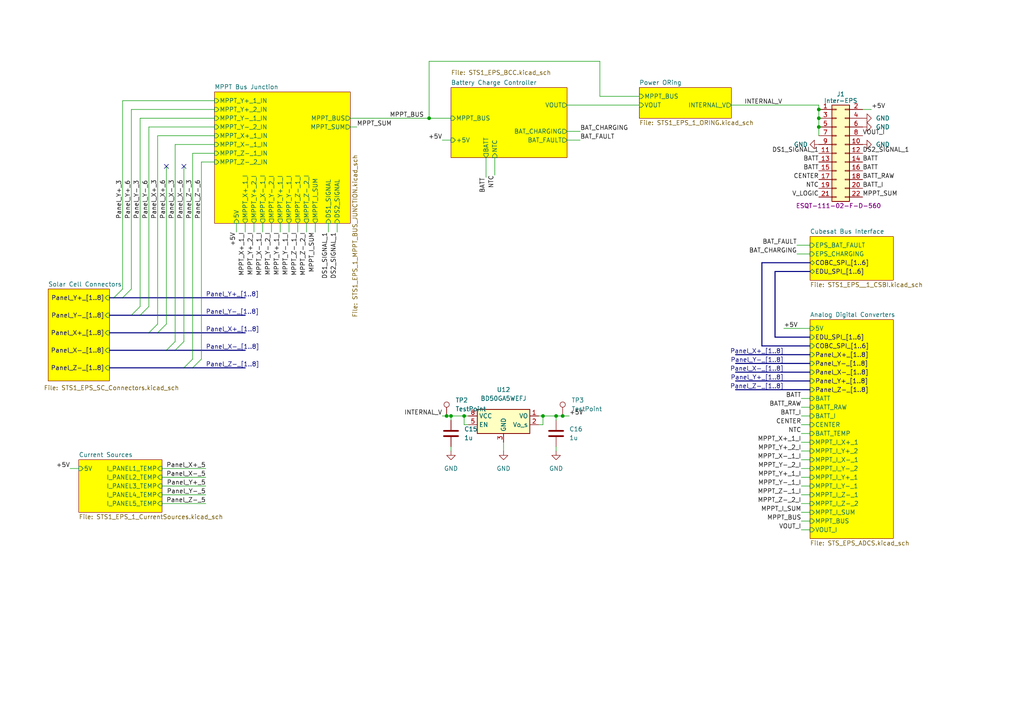
<source format=kicad_sch>
(kicad_sch (version 20231120) (generator "eeschema") (generator_version "8.0")
  (paper "A4")
  (lib_symbols
    (symbol "Connector:TestPoint" (pin_numbers hide) (pin_names (offset 0.762) hide)
      (property "Reference" "TP" (at 0 6.858 0))
      (property "Value" "TestPoint" (at 0 5.08 0))
      (symbol "TestPoint_0_1"
        (circle (center 0 3.302) (radius 0.762))
      )
      (symbol "TestPoint_1_1"
        (pin passive line (at 0 0 90) (length 2.54) (name "1") (number "1"))
      )
    )
    (symbol "Connector_Generic:Conn_02x11_Odd_Even" (pin_names (offset 1.016) hide)
      (property "Reference" "J" (at 1.27 15.24 0))
      (property "Value" "Conn_02x11_Odd_Even" (at 1.27 -15.24 0))
      (symbol "Conn_02x11_Odd_Even_1_1"
        (rectangle (start -1.27 -12.573) (end 0 -12.827) (stroke (width 0.1524)))
        (rectangle (start -1.27 -10.033) (end 0 -10.287) (stroke (width 0.1524)))
        (rectangle (start -1.27 -7.493) (end 0 -7.747) (stroke (width 0.1524)))
        (rectangle (start -1.27 -4.953) (end 0 -5.207) (stroke (width 0.1524)))
        (rectangle (start -1.27 -2.413) (end 0 -2.667) (stroke (width 0.1524)))
        (rectangle (start -1.27 0.127) (end 0 -0.127) (stroke (width 0.1524)))
        (rectangle (start -1.27 2.667) (end 0 2.413) (stroke (width 0.1524)))
        (rectangle (start -1.27 5.207) (end 0 4.953) (stroke (width 0.1524)))
        (rectangle (start -1.27 7.747) (end 0 7.493) (stroke (width 0.1524)))
        (rectangle (start -1.27 10.287) (end 0 10.033) (stroke (width 0.1524)))
        (rectangle (start -1.27 12.827) (end 0 12.573) (stroke (width 0.1524)))
        (rectangle (start -1.27 13.97) (end 3.81 -13.97) (stroke (width 0.254)) (fill (type background)))
        (rectangle (start 3.81 -12.573) (end 2.54 -12.827) (stroke (width 0.1524)))
        (rectangle (start 3.81 -10.033) (end 2.54 -10.287) (stroke (width 0.1524)))
        (rectangle (start 3.81 -7.493) (end 2.54 -7.747) (stroke (width 0.1524)))
        (rectangle (start 3.81 -4.953) (end 2.54 -5.207) (stroke (width 0.1524)))
        (rectangle (start 3.81 -2.413) (end 2.54 -2.667) (stroke (width 0.1524)))
        (rectangle (start 3.81 0.127) (end 2.54 -0.127) (stroke (width 0.1524)))
        (rectangle (start 3.81 2.667) (end 2.54 2.413) (stroke (width 0.1524)))
        (rectangle (start 3.81 5.207) (end 2.54 4.953) (stroke (width 0.1524)))
        (rectangle (start 3.81 7.747) (end 2.54 7.493) (stroke (width 0.1524)))
        (rectangle (start 3.81 10.287) (end 2.54 10.033) (stroke (width 0.1524)))
        (rectangle (start 3.81 12.827) (end 2.54 12.573) (stroke (width 0.1524)))
        (pin passive line (at -5.08 12.7 0) (length 3.81) (name "Pin_1") (number "1"))
        (pin passive line (at 7.62 2.54 180) (length 3.81) (name "Pin_10") (number "10"))
        (pin passive line (at -5.08 0 0) (length 3.81) (name "Pin_11") (number "11"))
        (pin passive line (at 7.62 0 180) (length 3.81) (name "Pin_12") (number "12"))
        (pin passive line (at -5.08 -2.54 0) (length 3.81) (name "Pin_13") (number "13"))
        (pin passive line (at 7.62 -2.54 180) (length 3.81) (name "Pin_14") (number "14"))
        (pin passive line (at -5.08 -5.08 0) (length 3.81) (name "Pin_15") (number "15"))
        (pin passive line (at 7.62 -5.08 180) (length 3.81) (name "Pin_16") (number "16"))
        (pin passive line (at -5.08 -7.62 0) (length 3.81) (name "Pin_17") (number "17"))
        (pin passive line (at 7.62 -7.62 180) (length 3.81) (name "Pin_18") (number "18"))
        (pin passive line (at -5.08 -10.16 0) (length 3.81) (name "Pin_19") (number "19"))
        (pin passive line (at 7.62 12.7 180) (length 3.81) (name "Pin_2") (number "2"))
        (pin passive line (at 7.62 -10.16 180) (length 3.81) (name "Pin_20") (number "20"))
        (pin passive line (at -5.08 -12.7 0) (length 3.81) (name "Pin_21") (number "21"))
        (pin passive line (at 7.62 -12.7 180) (length 3.81) (name "Pin_22") (number "22"))
        (pin passive line (at -5.08 10.16 0) (length 3.81) (name "Pin_3") (number "3"))
        (pin passive line (at 7.62 10.16 180) (length 3.81) (name "Pin_4") (number "4"))
        (pin passive line (at -5.08 7.62 0) (length 3.81) (name "Pin_5") (number "5"))
        (pin passive line (at 7.62 7.62 180) (length 3.81) (name "Pin_6") (number "6"))
        (pin passive line (at -5.08 5.08 0) (length 3.81) (name "Pin_7") (number "7"))
        (pin passive line (at 7.62 5.08 180) (length 3.81) (name "Pin_8") (number "8"))
        (pin passive line (at -5.08 2.54 0) (length 3.81) (name "Pin_9") (number "9"))
      )
    )
    (symbol "Device:C" (pin_numbers hide) (pin_names (offset 0.254))
      (property "Reference" "C" (at 0.635 2.54 0))
      (property "Value" "C" (at 0.635 -2.54 0))
      (symbol "C_0_1"
        (polyline (pts (xy -2.032 -0.762) (xy 2.032 -0.762)) (stroke (width 0.508)))
        (polyline (pts (xy -2.032 0.762) (xy 2.032 0.762)) (stroke (width 0.508)))
      )
      (symbol "C_1_1"
        (pin passive line (at 0 3.81 270) (length 2.794) (name "~") (number "1"))
        (pin passive line (at 0 -3.81 90) (length 2.794) (name "~") (number "2"))
      )
    )
    (symbol "Regulator_Linear:BD50GA5WEFJ"
      (property "Reference" "U" (at 0 6.35 0))
      (property "Value" "BD50GA5WEFJ" (at 0 3.81 0))
      (symbol "BD50GA5WEFJ_1_1"
        (rectangle (start -7.62 -5.08) (end 7.62 1.905) (stroke (width 0.254)) (fill (type background)))
        (pin power_out line (at 10.16 0 180) (length 2.54) (name "VO") (number "1"))
        (pin input line (at 10.16 -2.54 180) (length 2.54) (name "Vo_s") (number "2"))
        (pin power_in line (at 0 -7.62 90) (length 2.54) (name "GND") (number "3"))
        (pin passive line (at 0 -7.62 90) (length 2.54) hide (name "GND") (number "4"))
        (pin input line (at -10.16 -2.54 0) (length 2.54) (name "EN") (number "5"))
        (pin passive line (at 0 -7.62 90) (length 2.54) hide (name "GND") (number "6"))
        (pin passive line (at 0 -7.62 90) (length 2.54) hide (name "GND") (number "7"))
        (pin power_in line (at -10.16 0 0) (length 2.54) (name "VCC") (number "8"))
        (pin passive line (at 0 -7.62 90) (length 2.54) hide (name "GND") (number "9"))
      )
    )
    (symbol "power:GND" (power) (pin_names (offset 0))
      (property "Value" "GND" (at 0 -3.81 0))
      (symbol "GND_0_1"
        (polyline (pts (xy 0 0) (xy 0 -1.27) (xy 1.27 -1.27) (xy 0 -2.54) (xy -1.27 -1.27) (xy 0 -1.27)))
      )
      (symbol "GND_1_1"
        (pin power_in line (at 0 0 270) (length 0) hide (name "GND") (number "1"))
      )
    )
  )
  (junction (at 130.81 120.65))
  (junction (at 129.54 120.65))
  (junction (at 124.46 34.29))
  (junction (at 134.62 120.65))
  (junction (at 161.29 120.65))
  (junction (at 237.49 34.29))
  (junction (at 237.49 36.83))
  (junction (at 163.195 120.65))
  (junction (at 237.49 31.75))
  (junction (at 157.48 120.65))
  (no_connect (at 48.26 48.26))
  (no_connect (at 53.34 48.26))
  (bus_entry (at 53.34 106.68) (size 2.54 -2.54))
  (bus_entry (at 43.18 96.52) (size 2.54 -2.54))
  (bus_entry (at 38.1 91.44) (size 2.54 -2.54))
  (bus_entry (at 48.26 101.6) (size 2.54 -2.54))
  (bus_entry (at 33.02 86.36) (size 2.54 -2.54))
  (bus_entry (at 35.56 86.36) (size 2.54 -2.54))
  (bus_entry (at 55.88 106.68) (size 2.54 -2.54))
  (bus_entry (at 50.8 101.6) (size 2.54 -2.54))
  (bus_entry (at 40.64 91.44) (size 2.54 -2.54))
  (bus_entry (at 45.72 96.52) (size 2.54 -2.54))
  (wire (pts (xy 91.44 64.77) (xy 91.44 67.31)))
  (wire (pts (xy 45.72 39.37) (xy 62.23 39.37)))
  (wire (pts (xy 135.89 123.19) (xy 134.62 123.19)))
  (bus (pts (xy 40.64 91.44) (xy 71.12 91.44)))
  (wire (pts (xy 53.34 48.26) (xy 53.34 99.06)))
  (wire (pts (xy 164.465 30.48) (xy 185.42 30.48)))
  (wire (pts (xy 250.19 31.75) (xy 252.73 31.75)))
  (wire (pts (xy 232.41 140.97) (xy 234.95 140.97)))
  (wire (pts (xy 130.81 120.65) (xy 130.81 121.92)))
  (wire (pts (xy 232.41 125.73) (xy 234.95 125.73)))
  (wire (pts (xy 124.46 17.78) (xy 173.99 17.78)))
  (wire (pts (xy 86.36 64.77) (xy 86.36 67.31)))
  (wire (pts (xy 161.29 120.65) (xy 163.195 120.65)))
  (wire (pts (xy 231.14 71.12) (xy 234.95 71.12)))
  (wire (pts (xy 232.41 146.05) (xy 234.95 146.05)))
  (wire (pts (xy 50.8 41.91) (xy 50.8 99.06)))
  (wire (pts (xy 40.64 34.29) (xy 40.64 88.9)))
  (wire (pts (xy 45.72 39.37) (xy 45.72 93.98)))
  (wire (pts (xy 232.41 143.51) (xy 234.95 143.51)))
  (wire (pts (xy 164.465 40.64) (xy 168.275 40.64)))
  (wire (pts (xy 68.58 64.77) (xy 68.58 67.31)))
  (wire (pts (xy 46.99 140.97) (xy 59.69 140.97)))
  (bus (pts (xy 33.02 86.36) (xy 35.56 86.36)))
  (wire (pts (xy 35.56 29.21) (xy 62.23 29.21)))
  (wire (pts (xy 88.9 64.77) (xy 88.9 67.31)))
  (wire (pts (xy 46.99 146.05) (xy 59.69 146.05)))
  (wire (pts (xy 124.46 34.29) (xy 130.81 34.29)))
  (wire (pts (xy 232.41 153.67) (xy 234.95 153.67)))
  (wire (pts (xy 232.41 135.89) (xy 234.95 135.89)))
  (wire (pts (xy 50.8 41.91) (xy 62.23 41.91)))
  (wire (pts (xy 38.1 31.75) (xy 38.1 83.82)))
  (wire (pts (xy 129.54 120.65) (xy 130.81 120.65)))
  (wire (pts (xy 164.465 38.1) (xy 168.275 38.1)))
  (wire (pts (xy 124.46 34.29) (xy 124.46 17.78)))
  (bus (pts (xy 224.79 78.74) (xy 224.79 97.79)))
  (wire (pts (xy 40.64 34.29) (xy 62.23 34.29)))
  (bus (pts (xy 213.36 110.49) (xy 234.95 110.49)))
  (wire (pts (xy 232.41 148.59) (xy 234.95 148.59)))
  (wire (pts (xy 55.88 44.45) (xy 62.23 44.45)))
  (bus (pts (xy 213.36 105.41) (xy 234.95 105.41)))
  (bus (pts (xy 31.75 86.36) (xy 33.02 86.36)))
  (wire (pts (xy 101.6 36.83) (xy 103.505 36.83)))
  (wire (pts (xy 95.25 64.77) (xy 95.25 67.31)))
  (bus (pts (xy 48.26 101.6) (xy 50.8 101.6)))
  (wire (pts (xy 58.42 46.99) (xy 62.23 46.99)))
  (wire (pts (xy 81.28 64.77) (xy 81.28 67.31)))
  (bus (pts (xy 31.75 106.68) (xy 53.34 106.68)))
  (wire (pts (xy 173.99 17.78) (xy 173.99 27.94)))
  (bus (pts (xy 31.75 96.52) (xy 43.18 96.52)))
  (wire (pts (xy 73.66 64.77) (xy 73.66 67.31)))
  (wire (pts (xy 237.49 34.29) (xy 237.49 36.83)))
  (wire (pts (xy 58.42 46.99) (xy 58.42 104.14)))
  (bus (pts (xy 31.75 101.6) (xy 48.26 101.6)))
  (wire (pts (xy 71.12 64.77) (xy 71.12 67.31)))
  (bus (pts (xy 213.36 102.87) (xy 234.95 102.87)))
  (bus (pts (xy 35.56 86.36) (xy 71.12 86.36)))
  (wire (pts (xy 83.82 64.77) (xy 83.82 67.31)))
  (wire (pts (xy 163.195 120.65) (xy 165.1 120.65)))
  (wire (pts (xy 134.62 120.65) (xy 134.62 123.19)))
  (wire (pts (xy 232.41 115.57) (xy 234.95 115.57)))
  (wire (pts (xy 227.33 95.25) (xy 234.95 95.25)))
  (wire (pts (xy 237.49 31.75) (xy 237.49 34.29)))
  (wire (pts (xy 212.09 30.48) (xy 237.49 30.48)))
  (wire (pts (xy 134.62 120.65) (xy 135.89 120.65)))
  (wire (pts (xy 43.18 36.83) (xy 43.18 88.9)))
  (bus (pts (xy 43.18 96.52) (xy 45.72 96.52)))
  (bus (pts (xy 220.98 76.2) (xy 234.95 76.2)))
  (wire (pts (xy 43.18 36.83) (xy 62.23 36.83)))
  (wire (pts (xy 232.41 120.65) (xy 234.95 120.65)))
  (wire (pts (xy 232.41 123.19) (xy 234.95 123.19)))
  (wire (pts (xy 130.81 120.65) (xy 134.62 120.65)))
  (wire (pts (xy 38.1 31.75) (xy 62.23 31.75)))
  (bus (pts (xy 38.1 91.44) (xy 40.64 91.44)))
  (wire (pts (xy 232.41 130.81) (xy 234.95 130.81)))
  (bus (pts (xy 55.88 106.68) (xy 71.12 106.68)))
  (wire (pts (xy 232.41 138.43) (xy 234.95 138.43)))
  (bus (pts (xy 234.95 100.33) (xy 220.98 100.33)))
  (wire (pts (xy 97.79 64.77) (xy 97.79 67.31)))
  (wire (pts (xy 237.49 36.83) (xy 237.49 39.37)))
  (wire (pts (xy 232.41 133.35) (xy 234.95 133.35)))
  (wire (pts (xy 157.48 120.65) (xy 156.21 120.65)))
  (wire (pts (xy 232.41 151.13) (xy 234.95 151.13)))
  (wire (pts (xy 46.99 138.43) (xy 59.69 138.43)))
  (wire (pts (xy 161.29 129.54) (xy 161.29 130.81)))
  (wire (pts (xy 35.56 29.21) (xy 35.56 83.82)))
  (wire (pts (xy 140.97 45.72) (xy 140.97 51.435)))
  (wire (pts (xy 130.81 129.54) (xy 130.81 130.81)))
  (wire (pts (xy 156.21 123.19) (xy 157.48 123.19)))
  (wire (pts (xy 46.99 143.51) (xy 59.69 143.51)))
  (bus (pts (xy 53.34 106.68) (xy 55.88 106.68)))
  (bus (pts (xy 234.95 78.74) (xy 224.79 78.74)))
  (wire (pts (xy 232.41 118.11) (xy 234.95 118.11)))
  (wire (pts (xy 20.32 135.89) (xy 22.86 135.89)))
  (wire (pts (xy 55.88 44.45) (xy 55.88 104.14)))
  (bus (pts (xy 50.8 101.6) (xy 71.12 101.6)))
  (bus (pts (xy 224.79 97.79) (xy 234.95 97.79)))
  (wire (pts (xy 46.99 135.89) (xy 59.69 135.89)))
  (wire (pts (xy 101.6 34.29) (xy 124.46 34.29)))
  (bus (pts (xy 45.72 96.52) (xy 71.12 96.52)))
  (wire (pts (xy 128.27 120.65) (xy 129.54 120.65)))
  (bus (pts (xy 220.98 76.2) (xy 220.98 100.33)))
  (bus (pts (xy 213.36 107.95) (xy 234.95 107.95)))
  (wire (pts (xy 237.49 30.48) (xy 237.49 31.75)))
  (wire (pts (xy 128.27 40.64) (xy 130.81 40.64)))
  (wire (pts (xy 78.74 64.77) (xy 78.74 67.31)))
  (wire (pts (xy 157.48 120.65) (xy 161.29 120.65)))
  (wire (pts (xy 231.14 73.66) (xy 234.95 73.66)))
  (wire (pts (xy 157.48 120.65) (xy 157.48 123.19)))
  (wire (pts (xy 161.29 120.65) (xy 161.29 121.92)))
  (wire (pts (xy 232.41 128.27) (xy 234.95 128.27)))
  (bus (pts (xy 213.36 113.03) (xy 234.95 113.03)))
  (wire (pts (xy 173.99 27.94) (xy 185.42 27.94)))
  (bus (pts (xy 31.75 91.44) (xy 38.1 91.44)))
  (wire (pts (xy 146.05 128.27) (xy 146.05 130.81)))
  (wire (pts (xy 143.51 45.72) (xy 143.51 50.8)))
  (wire (pts (xy 48.26 48.26) (xy 48.26 93.98)))
  (wire (pts (xy 76.2 64.77) (xy 76.2 67.31)))
  (label "MPPT_Y+_1_I" (at 81.28 67.31 270))
  (label "Panel_X-_[1..8]" (at 227.33 107.95 180))
  (label "BAT_FAULT" (at 168.275 40.64 0))
  (label "Panel_Y-_[1..8]" (at 59.69 91.44 0))
  (label "BAT_CHARGING" (at 231.14 73.66 180))
  (label "Panel_Y+_[1..8]" (at 59.69 86.36 0))
  (label "Panel_Y+_3" (at 35.56 63.5 90))
  (label "BATT" (at 250.19 49.53 0))
  (label "BATT" (at 250.19 46.99 0))
  (label "MPPT_X+_1_I" (at 71.12 67.31 270))
  (label "Panel_Y+_[1..8]" (at 227.33 110.49 180))
  (label "MPPT_Y+_2_I" (at 73.66 67.31 270))
  (label "MPPT_X-_1_I" (at 232.41 133.35 180))
  (label "Panel_Y-_[1..8]" (at 227.33 105.41 180))
  (label "MPPT_I_SUM" (at 91.44 67.31 270))
  (label "+5V" (at 252.73 31.75 0))
  (label "Panel_X+_6" (at 48.26 63.5 90))
  (label "Panel_Z-_[1..8]" (at 227.33 113.03 180))
  (label "NTC" (at 237.49 54.61 180))
  (label "MPPT_SUM" (at 250.19 57.15 0))
  (label "MPPT_X-_1_I" (at 76.2 67.31 270))
  (label "NTC" (at 143.51 50.8 270))
  (label "BATT" (at 140.97 51.435 270))
  (label "Panel_Y-_6" (at 43.18 63.5 90))
  (label "MPPT_SUM" (at 103.505 36.83 0))
  (label "BATT_RAW" (at 232.41 118.11 180))
  (label "DS2_SIGNAL_1" (at 250.19 44.45 0))
  (label "V_LOGIC" (at 237.49 57.15 180))
  (label "Panel_Y-_5" (at 59.69 143.51 180))
  (label "Panel_X-_[1..8]" (at 59.69 101.6 0))
  (label "MPPT_Y-_1_I" (at 83.82 67.31 270))
  (label "Panel_X-_5" (at 59.69 138.43 180))
  (label "MPPT_Z-_1_I" (at 232.41 143.51 180))
  (label "VOUT_I" (at 232.41 153.67 180))
  (label "+5V" (at 165.1 120.65 0))
  (label "BATT_RAW" (at 250.19 52.07 0))
  (label "Panel_Z-_3" (at 55.88 63.5 90))
  (label "CENTER" (at 232.41 123.19 180))
  (label "DS2_SIGNAL_1" (at 97.79 67.31 270))
  (label "MPPT_Z-_2_I" (at 232.41 146.05 180))
  (label "MPPT_Y-_2_I" (at 232.41 135.89 180))
  (label "Panel_Y+_6" (at 38.1 63.5 90))
  (label "BATT" (at 237.49 46.99 180))
  (label "MPPT_Y-_1_I" (at 232.41 140.97 180))
  (label "BATT" (at 232.41 115.57 180))
  (label "Panel_Z-_[1..8]" (at 59.69 106.68 0))
  (label "MPPT_X+_1_I" (at 232.41 128.27 180))
  (label "NTC" (at 232.41 125.73 180))
  (label "MPPT_Y-_2_I" (at 78.74 67.31 270))
  (label "DS1_SIGNAL_1" (at 95.25 67.31 270))
  (label "BATT" (at 237.49 49.53 180))
  (label "Panel_X-_6" (at 53.34 63.5 90))
  (label "Panel_Z-_5" (at 59.69 146.05 180))
  (label "BAT_CHARGING" (at 168.275 38.1 0))
  (label "MPPT_Y+_2_I" (at 232.41 130.81 180))
  (label "Panel_X+_3" (at 45.72 63.5 90))
  (label "MPPT_Z-_1_I" (at 86.36 67.31 270))
  (label "BATT_I" (at 232.41 120.65 180))
  (label "INTERNAL_V" (at 215.9 30.48 0))
  (label "MPPT_I_SUM" (at 232.41 148.59 180))
  (label "VOUT_I" (at 250.19 39.37 0))
  (label "BATT_I" (at 250.19 54.61 0))
  (label "MPPT_Y+_1_I" (at 232.41 138.43 180))
  (label "+5V" (at 128.27 40.64 180))
  (label "Panel_Y-_3" (at 40.64 63.5 90))
  (label "+5V" (at 20.32 135.89 180))
  (label "+5V" (at 68.58 67.31 270))
  (label "DS1_SIGNAL_1" (at 237.49 44.45 180))
  (label "CENTER" (at 237.49 52.07 180))
  (label "Panel_X+_[1..8]" (at 59.69 96.52 0))
  (label "Panel_X+_[1..8]" (at 227.33 102.87 180))
  (label "Panel_Y+_5" (at 59.69 140.97 180))
  (label "Panel_X-_3" (at 50.8 63.5 90))
  (label "MPPT_BUS" (at 232.41 151.13 180))
  (label "MPPT_BUS" (at 113.03 34.29 0))
  (label "INTERNAL_V" (at 128.27 120.65 180))
  (label "BAT_FAULT" (at 231.14 71.12 180))
  (label "+5V" (at 227.33 95.25 0))
  (label "MPPT_Z-_2_I" (at 88.9 67.31 270))
  (label "Panel_Z-_6" (at 58.42 63.5 90))
  (label "Panel_X+_5" (at 59.69 135.89 180))
  (symbol (lib_id "power:GND") (at 161.29 130.81 0) (unit 1)
    (property "Reference" "#PWR0105" (effects (hide yes)))
    (property "Value" "GND" (at 161.29 135.89 0))
  )
  (symbol (lib_id "power:GND") (at 130.81 130.81 0) (unit 1)
    (property "Reference" "#PWR051" (effects (hide yes)))
    (property "Value" "GND" (at 130.81 135.89 0))
  )
  (symbol (lib_id "Device:C") (at 130.81 125.73 0) (unit 1)
    (property "Reference" "C15" (at 134.62 124.4599 0) (effects (justify left)))
    (property "Value" "1u" (at 134.62 126.9999 0) (effects (justify left)))
    (property "Footprint" "Capacitor_SMD:C_0805_2012Metric" (effects (hide yes)))
  )
  (symbol (lib_id "power:GND") (at 250.19 41.91 90) (unit 1)
    (property "Reference" "#PWR035" (effects (hide yes)))
    (property "Value" "GND" (at 254 41.9099 90) (effects (justify right)))
  )
  (symbol (lib_id "Connector:TestPoint") (at 129.54 120.65 0) (unit 1)
    (property "Reference" "TP2" (at 132.08 116.0779 0) (effects (justify left)))
    (property "Value" "TestPoint" (at 132.08 118.6179 0) (effects (justify left)))
    (property "Footprint" "TestPoint:TestPoint_THTPad_D1.0mm_Drill0.5mm" (effects (hide yes)))
  )
  (symbol (lib_id "Regulator_Linear:BD50GA5WEFJ") (at 146.05 120.65 0) (unit 1)
    (property "Reference" "U12" (at 146.05 113.03 0))
    (property "Value" "BD50GA5WEFJ" (at 146.05 115.57 0))
    (property "Footprint" "Package_SO:HTSOP-8-1EP_3.9x4.9mm_P1.27mm_EP2.4x3.2mm" (effects (hide yes)))
    (property "Datasheet" "http://rohmfs.rohm.com/en/products/databook/datasheet/ic/power/linear_regulator/bdxxga5wefj-e.pdf" (effects (hide yes)))
  )
  (symbol (lib_id "power:GND") (at 250.19 34.29 90) (unit 1)
    (property "Reference" "#PWR06" (effects (hide yes)))
    (property "Value" "GND" (at 254 34.2899 90) (effects (justify right)))
  )
  (symbol (lib_id "Connector:TestPoint") (at 163.195 120.65 0) (unit 1)
    (property "Reference" "TP3" (at 165.735 116.0779 0) (effects (justify left)))
    (property "Value" "TestPoint" (at 165.735 118.6179 0) (effects (justify left)))
    (property "Footprint" "TestPoint:TestPoint_THTPad_D1.0mm_Drill0.5mm" (effects (hide yes)))
  )
  (symbol (lib_id "power:GND") (at 146.05 130.81 0) (unit 1)
    (property "Reference" "#PWR052" (effects (hide yes)))
    (property "Value" "GND" (at 146.05 135.89 0))
  )
  (symbol (lib_id "Device:C") (at 161.29 125.73 0) (unit 1)
    (property "Reference" "C16" (at 165.1 124.4599 0) (effects (justify left)))
    (property "Value" "1u" (at 165.1 126.9999 0) (effects (justify left)))
    (property "Footprint" "Capacitor_SMD:C_0805_2012Metric" (effects (hide yes)))
  )
  (symbol (lib_id "power:GND") (at 250.19 36.83 90) (unit 1)
    (property "Reference" "#PWR088" (effects (hide yes)))
    (property "Value" "GND" (at 254 36.8299 90) (effects (justify right)))
  )
  (symbol (lib_id "power:GND") (at 237.49 41.91 270) (unit 1)
    (property "Reference" "#PWR087" (effects (hide yes)))
    (property "Value" "GND" (at 234.315 41.9099 90) (effects (justify right)))
  )
  (symbol (lib_id "Connector_Generic:Conn_02x11_Odd_Even") (at 242.57 44.45 0) (unit 1)
    (property "Reference" "J1" (at 243.84 27.305 0))
    (property "Value" "Inter-EPS" (at 243.84 29.21 0))
    (property "Footprint" "Connector_PinHeader_2.00mm:PinHeader_2x11_P2.00mm_Vertical" (effects (hide yes)))
    (property "Part#" "ESQT-111-02-F-D-560" (at 243.205 59.69 0))
  )
  (sheet (at 13.97 83.82) (size 17.78 26.67) (stroke (width 0.1524)) (fill (color 255 255 0 1.0000))
    (property "Sheetname" "Solar Cell Connectors" (at 13.97 83.185 0) (effects (justify left bottom)))
    (property "Sheetfile" "STS1_EPS_SC_Connectors.kicad_sch" (at 12.7 111.76 0) (effects (justify left top)))
    (pin "Panel_X+_[1..8]" input (at 31.75 96.52 0))
    (pin "Panel_Y-_[1..8]" input (at 31.75 91.44 0))
    (pin "Panel_Y+_[1..8]" input (at 31.75 86.36 0))
    (pin "Panel_X-_[1..8]" input (at 31.75 101.6 0))
    (pin "Panel_Z-_[1..8]" input (at 31.75 106.68 0))
  )
  (sheet (at 185.42 25.4) (size 26.67 8.89) (stroke (width 0.1524)) (fill (color 255 255 0 1.0000))
    (property "Sheetname" "Power ORing" (at 185.42 24.6884 0) (effects (justify left bottom)))
    (property "Sheetfile" "STS1_EPS_1_ORING.kicad_sch" (at 185.42 34.8746 0) (effects (justify left top)))
    (pin "MPPT_BUS" input (at 185.42 27.94 180))
    (pin "INTERNAL_V" output (at 212.09 30.48 0))
    (pin "VOUT" input (at 185.42 30.48 180))
  )
  (sheet (at 234.95 68.58) (size 24.13 12.7) (stroke (width 0.1524)) (fill (color 255 255 0 1.0000))
    (property "Sheetname" "Cubesat Bus Interface" (at 234.95 67.8684 0) (effects (justify left bottom)))
    (property "Sheetfile" "STS1_EPS__1_CSBI.kicad_sch" (at 234.95 81.8646 0) (effects (justify left top)))
    (pin "EPS_CHARGING" input (at 234.95 73.66 180))
    (pin "COBC_SPI_[1..6]" bidirectional (at 234.95 76.2 180))
    (pin "EDU_SPI_[1..6]" bidirectional (at 234.95 78.74 180))
    (pin "EPS_BAT_FAULT" input (at 234.95 71.12 180))
  )
  (sheet (at 234.95 92.71) (size 24.13 63.5) (stroke (width 0.1524)) (fill (color 255 255 0 1.0000))
    (property "Sheetname" "Analog Digital Converters" (at 234.95 91.9984 0) (effects (justify left bottom)))
    (property "Sheetfile" "STS_EPS_ADCS.kicad_sch" (at 234.95 156.7946 0) (effects (justify left top)))
    (pin "EDU_SPI_[1..6]" input (at 234.95 97.79 180))
    (pin "COBC_SPI_[1..6]" input (at 234.95 100.33 180))
    (pin "Panel_X+_[1..8]" input (at 234.95 102.87 180))
    (pin "Panel_Y-_[1..8]" input (at 234.95 105.41 180))
    (pin "Panel_X-_[1..8]" input (at 234.95 107.95 180))
    (pin "Panel_Y+_[1..8]" input (at 234.95 110.49 180))
    (pin "Panel_Z-_[1..8]" input (at 234.95 113.03 180))
    (pin "5V" input (at 234.95 95.25 180))
    (pin "BATT" input (at 234.95 115.57 180))
    (pin "BATT_I" input (at 234.95 120.65 180))
    (pin "CENTER" input (at 234.95 123.19 180))
    (pin "BATT_TEMP" input (at 234.95 125.73 180))
    (pin "MPPT_I_Z-_1" input (at 234.95 143.51 180))
    (pin "MPPT_I_Y-_1" input (at 234.95 140.97 180))
    (pin "MPPT_I_Z-_2" input (at 234.95 146.05 180))
    (pin "MPPT_BUS" input (at 234.95 151.13 180))
    (pin "MPPT_I_Y+_2" input (at 234.95 130.81 180))
    (pin "MPPT_I_Y-_2" input (at 234.95 135.89 180))
    (pin "MPPT_I_X-_1" input (at 234.95 133.35 180))
    (pin "MPPT_I_Y+_1" input (at 234.95 138.43 180))
    (pin "MPPT_I_X+_1" input (at 234.95 128.27 180))
    (pin "MPPT_I_SUM" input (at 234.95 148.59 180))
    (pin "VOUT_I" input (at 234.95 153.67 180))
    (pin "BATT_RAW" input (at 234.95 118.11 180))
  )
  (sheet (at 62.23 26.67) (size 39.37 38.1) (stroke (width 0.1524)) (fill (color 255 255 0 1.0000))
    (property "Sheetname" "MPPT Bus Junction" (at 62.23 25.9584 0) (effects (justify left bottom)))
    (property "Sheetfile" "STS1_EPS_1_MPPT_BUS_JUNCTION.kicad_sch" (at 102.235 92.075 90) (effects (justify left top)))
    (pin "MPPT_X-_1_I" output (at 76.2 64.77 270))
    (pin "MPPT_Y-_2_I" output (at 78.74 64.77 270))
    (pin "5V" input (at 68.58 64.77 270))
    (pin "MPPT_X+_1_IN" input (at 62.23 39.37 180))
    (pin "MPPT_Y+_1_I" output (at 81.28 64.77 270))
    (pin "MPPT_Y-_2_IN" input (at 62.23 36.83 180))
    (pin "MPPT_Y-_1_IN" input (at 62.23 34.29 180))
    (pin "MPPT_Y+_2_IN" input (at 62.23 31.75 180))
    (pin "MPPT_X+_1_I" output (at 71.12 64.77 270))
    (pin "MPPT_Y+_2_I" output (at 73.66 64.77 270))
    (pin "MPPT_Y+_1_IN" input (at 62.23 29.21 180))
    (pin "MPPT_Z-_2_IN" input (at 62.23 46.99 180))
    (pin "MPPT_X-_1_IN" input (at 62.23 41.91 180))
    (pin "MPPT_Z-_1_IN" input (at 62.23 44.45 180))
    (pin "MPPT_Y-_1_I" output (at 83.82 64.77 270))
    (pin "MPPT_Z-_2_I" output (at 88.9 64.77 270))
    (pin "MPPT_Z-_1_I" output (at 86.36 64.77 270))
    (pin "MPPT_BUS" output (at 101.6 34.29 0))
    (pin "MPPT_I_SUM" output (at 91.44 64.77 270))
    (pin "DS1_SIGNAL" input (at 95.25 64.77 270))
    (pin "DS2_SIGNAL" input (at 97.79 64.77 270))
    (pin "MPPT_SUM" output (at 101.6 36.83 0))
  )
  (sheet (at 130.81 25.4) (size 33.655 20.32) (stroke (width 0.1524)) (fill (color 255 255 0 1.0000))
    (property "Sheetname" "Battery Charge Controller" (at 130.81 24.6884 0) (effects (justify left bottom)))
    (property "Sheetfile" "STS1_EPS_BCC.kicad_sch" (at 130.81 20.32 0) (effects (justify left top)))
    (pin "VOUT" output (at 164.465 30.48 0))
    (pin "BATT" output (at 140.97 45.72 270))
    (pin "NTC" input (at 143.51 45.72 270))
    (pin "MPPT_BUS" input (at 130.81 34.29 180))
    (pin "BAT_CHARGING" output (at 164.465 38.1 0))
    (pin "+5V" input (at 130.81 40.64 180))
    (pin "BAT_FAULT" output (at 164.465 40.64 0))
  )
  (sheet (at 22.86 133.35) (size 24.13 15.24) (stroke (width 0.1524)) (fill (color 255 255 0 1.0000))
    (property "Sheetname" "Current Sources" (at 22.86 132.6384 0) (effects (justify left bottom)))
    (property "Sheetfile" "STS1_EPS_1_CurrentSources.kicad_sch" (at 22.86 149.1746 0) (effects (justify left top)))
    (pin "5V" input (at 22.86 135.89 180))
    (pin "I_PANEL5_TEMP" input (at 46.99 146.05 0))
    (pin "I_PANEL4_TEMP" input (at 46.99 143.51 0))
    (pin "I_PANEL1_TEMP" input (at 46.99 135.89 0))
    (pin "I_PANEL2_TEMP" input (at 46.99 138.43 0))
    (pin "I_PANEL3_TEMP" input (at 46.99 140.97 0))
  )
)
</source>
